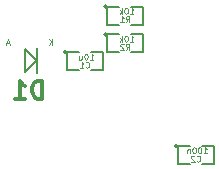
<source format=gbr>
%TF.GenerationSoftware,KiCad,Pcbnew,7.0.7-7.0.7~ubuntu23.04.1*%
%TF.CreationDate,2023-09-17T09:29:20+00:00*%
%TF.ProjectId,I2CHUB01,49324348-5542-4303-912e-6b696361645f,rev?*%
%TF.SameCoordinates,Original*%
%TF.FileFunction,Legend,Bot*%
%TF.FilePolarity,Positive*%
%FSLAX46Y46*%
G04 Gerber Fmt 4.6, Leading zero omitted, Abs format (unit mm)*
G04 Created by KiCad (PCBNEW 7.0.7-7.0.7~ubuntu23.04.1) date 2023-09-17 09:29:20*
%MOMM*%
%LPD*%
G01*
G04 APERTURE LIST*
%ADD10C,0.109220*%
%ADD11C,0.304800*%
%ADD12C,0.099060*%
%ADD13C,0.150000*%
G04 APERTURE END LIST*
D10*
X8719396Y23824849D02*
X8743224Y23801022D01*
X8743224Y23801022D02*
X8814706Y23777194D01*
X8814706Y23777194D02*
X8862362Y23777194D01*
X8862362Y23777194D02*
X8933845Y23801022D01*
X8933845Y23801022D02*
X8981500Y23848677D01*
X8981500Y23848677D02*
X9005327Y23896332D01*
X9005327Y23896332D02*
X9029155Y23991642D01*
X9029155Y23991642D02*
X9029155Y24063125D01*
X9029155Y24063125D02*
X9005327Y24158436D01*
X9005327Y24158436D02*
X8981500Y24206091D01*
X8981500Y24206091D02*
X8933845Y24253746D01*
X8933845Y24253746D02*
X8862362Y24277574D01*
X8862362Y24277574D02*
X8814706Y24277574D01*
X8814706Y24277574D02*
X8743224Y24253746D01*
X8743224Y24253746D02*
X8719396Y24229919D01*
X8242844Y23777194D02*
X8528775Y23777194D01*
X8385809Y23777194D02*
X8385809Y24277574D01*
X8385809Y24277574D02*
X8433465Y24206091D01*
X8433465Y24206091D02*
X8481120Y24158436D01*
X8481120Y24158436D02*
X8528775Y24134608D01*
X9084672Y24475694D02*
X9370603Y24475694D01*
X9227637Y24475694D02*
X9227637Y24976074D01*
X9227637Y24976074D02*
X9275293Y24904591D01*
X9275293Y24904591D02*
X9322948Y24856936D01*
X9322948Y24856936D02*
X9370603Y24833108D01*
X8774913Y24976074D02*
X8727258Y24976074D01*
X8727258Y24976074D02*
X8679602Y24952246D01*
X8679602Y24952246D02*
X8655775Y24928419D01*
X8655775Y24928419D02*
X8631947Y24880763D01*
X8631947Y24880763D02*
X8608120Y24785453D01*
X8608120Y24785453D02*
X8608120Y24666315D01*
X8608120Y24666315D02*
X8631947Y24571004D01*
X8631947Y24571004D02*
X8655775Y24523349D01*
X8655775Y24523349D02*
X8679602Y24499522D01*
X8679602Y24499522D02*
X8727258Y24475694D01*
X8727258Y24475694D02*
X8774913Y24475694D01*
X8774913Y24475694D02*
X8822568Y24499522D01*
X8822568Y24499522D02*
X8846396Y24523349D01*
X8846396Y24523349D02*
X8870223Y24571004D01*
X8870223Y24571004D02*
X8894051Y24666315D01*
X8894051Y24666315D02*
X8894051Y24785453D01*
X8894051Y24785453D02*
X8870223Y24880763D01*
X8870223Y24880763D02*
X8846396Y24928419D01*
X8846396Y24928419D02*
X8822568Y24952246D01*
X8822568Y24952246D02*
X8774913Y24976074D01*
X8179223Y24809281D02*
X8179223Y24475694D01*
X8393671Y24809281D02*
X8393671Y24547177D01*
X8393671Y24547177D02*
X8369844Y24499522D01*
X8369844Y24499522D02*
X8322189Y24475694D01*
X8322189Y24475694D02*
X8250706Y24475694D01*
X8250706Y24475694D02*
X8203050Y24499522D01*
X8203050Y24499522D02*
X8179223Y24523349D01*
X18117396Y15887349D02*
X18141224Y15863522D01*
X18141224Y15863522D02*
X18212706Y15839694D01*
X18212706Y15839694D02*
X18260362Y15839694D01*
X18260362Y15839694D02*
X18331845Y15863522D01*
X18331845Y15863522D02*
X18379500Y15911177D01*
X18379500Y15911177D02*
X18403327Y15958832D01*
X18403327Y15958832D02*
X18427155Y16054142D01*
X18427155Y16054142D02*
X18427155Y16125625D01*
X18427155Y16125625D02*
X18403327Y16220936D01*
X18403327Y16220936D02*
X18379500Y16268591D01*
X18379500Y16268591D02*
X18331845Y16316246D01*
X18331845Y16316246D02*
X18260362Y16340074D01*
X18260362Y16340074D02*
X18212706Y16340074D01*
X18212706Y16340074D02*
X18141224Y16316246D01*
X18141224Y16316246D02*
X18117396Y16292419D01*
X17926775Y16292419D02*
X17902947Y16316246D01*
X17902947Y16316246D02*
X17855292Y16340074D01*
X17855292Y16340074D02*
X17736154Y16340074D01*
X17736154Y16340074D02*
X17688499Y16316246D01*
X17688499Y16316246D02*
X17664671Y16292419D01*
X17664671Y16292419D02*
X17640844Y16244763D01*
X17640844Y16244763D02*
X17640844Y16197108D01*
X17640844Y16197108D02*
X17664671Y16125625D01*
X17664671Y16125625D02*
X17950603Y15839694D01*
X17950603Y15839694D02*
X17640844Y15839694D01*
X18720948Y16538194D02*
X19006879Y16538194D01*
X18863913Y16538194D02*
X18863913Y17038574D01*
X18863913Y17038574D02*
X18911569Y16967091D01*
X18911569Y16967091D02*
X18959224Y16919436D01*
X18959224Y16919436D02*
X19006879Y16895608D01*
X18411189Y17038574D02*
X18363534Y17038574D01*
X18363534Y17038574D02*
X18315878Y17014746D01*
X18315878Y17014746D02*
X18292051Y16990919D01*
X18292051Y16990919D02*
X18268223Y16943263D01*
X18268223Y16943263D02*
X18244396Y16847953D01*
X18244396Y16847953D02*
X18244396Y16728815D01*
X18244396Y16728815D02*
X18268223Y16633504D01*
X18268223Y16633504D02*
X18292051Y16585849D01*
X18292051Y16585849D02*
X18315878Y16562022D01*
X18315878Y16562022D02*
X18363534Y16538194D01*
X18363534Y16538194D02*
X18411189Y16538194D01*
X18411189Y16538194D02*
X18458844Y16562022D01*
X18458844Y16562022D02*
X18482672Y16585849D01*
X18482672Y16585849D02*
X18506499Y16633504D01*
X18506499Y16633504D02*
X18530327Y16728815D01*
X18530327Y16728815D02*
X18530327Y16847953D01*
X18530327Y16847953D02*
X18506499Y16943263D01*
X18506499Y16943263D02*
X18482672Y16990919D01*
X18482672Y16990919D02*
X18458844Y17014746D01*
X18458844Y17014746D02*
X18411189Y17038574D01*
X17934637Y17038574D02*
X17886982Y17038574D01*
X17886982Y17038574D02*
X17839326Y17014746D01*
X17839326Y17014746D02*
X17815499Y16990919D01*
X17815499Y16990919D02*
X17791671Y16943263D01*
X17791671Y16943263D02*
X17767844Y16847953D01*
X17767844Y16847953D02*
X17767844Y16728815D01*
X17767844Y16728815D02*
X17791671Y16633504D01*
X17791671Y16633504D02*
X17815499Y16585849D01*
X17815499Y16585849D02*
X17839326Y16562022D01*
X17839326Y16562022D02*
X17886982Y16538194D01*
X17886982Y16538194D02*
X17934637Y16538194D01*
X17934637Y16538194D02*
X17982292Y16562022D01*
X17982292Y16562022D02*
X18006120Y16585849D01*
X18006120Y16585849D02*
X18029947Y16633504D01*
X18029947Y16633504D02*
X18053775Y16728815D01*
X18053775Y16728815D02*
X18053775Y16847953D01*
X18053775Y16847953D02*
X18029947Y16943263D01*
X18029947Y16943263D02*
X18006120Y16990919D01*
X18006120Y16990919D02*
X17982292Y17014746D01*
X17982292Y17014746D02*
X17934637Y17038574D01*
X17553395Y16871781D02*
X17553395Y16538194D01*
X17553395Y16824125D02*
X17529568Y16847953D01*
X17529568Y16847953D02*
X17481913Y16871781D01*
X17481913Y16871781D02*
X17410430Y16871781D01*
X17410430Y16871781D02*
X17362774Y16847953D01*
X17362774Y16847953D02*
X17338947Y16800298D01*
X17338947Y16800298D02*
X17338947Y16538194D01*
D11*
X5061856Y21154818D02*
X5061856Y22678818D01*
X5061856Y22678818D02*
X4698999Y22678818D01*
X4698999Y22678818D02*
X4481285Y22606247D01*
X4481285Y22606247D02*
X4336142Y22461104D01*
X4336142Y22461104D02*
X4263571Y22315961D01*
X4263571Y22315961D02*
X4190999Y22025675D01*
X4190999Y22025675D02*
X4190999Y21807961D01*
X4190999Y21807961D02*
X4263571Y21517675D01*
X4263571Y21517675D02*
X4336142Y21372532D01*
X4336142Y21372532D02*
X4481285Y21227390D01*
X4481285Y21227390D02*
X4698999Y21154818D01*
X4698999Y21154818D02*
X5061856Y21154818D01*
X2739571Y21154818D02*
X3610428Y21154818D01*
X3174999Y21154818D02*
X3174999Y22678818D01*
X3174999Y22678818D02*
X3320142Y22461104D01*
X3320142Y22461104D02*
X3465285Y22315961D01*
X3465285Y22315961D02*
X3610428Y22243390D01*
D12*
X5868911Y25707066D02*
X5868911Y26207446D01*
X5582980Y25707066D02*
X5797429Y25992997D01*
X5582980Y26207446D02*
X5868911Y25921514D01*
X2255277Y25850032D02*
X2017001Y25850032D01*
X2302932Y25707066D02*
X2136139Y26207446D01*
X2136139Y26207446D02*
X1969346Y25707066D01*
D10*
X12148396Y27650694D02*
X12315189Y27888970D01*
X12434327Y27650694D02*
X12434327Y28151074D01*
X12434327Y28151074D02*
X12243706Y28151074D01*
X12243706Y28151074D02*
X12196051Y28127246D01*
X12196051Y28127246D02*
X12172224Y28103419D01*
X12172224Y28103419D02*
X12148396Y28055763D01*
X12148396Y28055763D02*
X12148396Y27984281D01*
X12148396Y27984281D02*
X12172224Y27936625D01*
X12172224Y27936625D02*
X12196051Y27912798D01*
X12196051Y27912798D02*
X12243706Y27888970D01*
X12243706Y27888970D02*
X12434327Y27888970D01*
X11671844Y27650694D02*
X11957775Y27650694D01*
X11814809Y27650694D02*
X11814809Y28151074D01*
X11814809Y28151074D02*
X11862465Y28079591D01*
X11862465Y28079591D02*
X11910120Y28031936D01*
X11910120Y28031936D02*
X11957775Y28008108D01*
X12489845Y28349194D02*
X12775776Y28349194D01*
X12632810Y28349194D02*
X12632810Y28849574D01*
X12632810Y28849574D02*
X12680466Y28778091D01*
X12680466Y28778091D02*
X12728121Y28730436D01*
X12728121Y28730436D02*
X12775776Y28706608D01*
X12180086Y28849574D02*
X12132431Y28849574D01*
X12132431Y28849574D02*
X12084775Y28825746D01*
X12084775Y28825746D02*
X12060948Y28801919D01*
X12060948Y28801919D02*
X12037120Y28754263D01*
X12037120Y28754263D02*
X12013293Y28658953D01*
X12013293Y28658953D02*
X12013293Y28539815D01*
X12013293Y28539815D02*
X12037120Y28444504D01*
X12037120Y28444504D02*
X12060948Y28396849D01*
X12060948Y28396849D02*
X12084775Y28373022D01*
X12084775Y28373022D02*
X12132431Y28349194D01*
X12132431Y28349194D02*
X12180086Y28349194D01*
X12180086Y28349194D02*
X12227741Y28373022D01*
X12227741Y28373022D02*
X12251569Y28396849D01*
X12251569Y28396849D02*
X12275396Y28444504D01*
X12275396Y28444504D02*
X12299224Y28539815D01*
X12299224Y28539815D02*
X12299224Y28658953D01*
X12299224Y28658953D02*
X12275396Y28754263D01*
X12275396Y28754263D02*
X12251569Y28801919D01*
X12251569Y28801919D02*
X12227741Y28825746D01*
X12227741Y28825746D02*
X12180086Y28849574D01*
X11798844Y28349194D02*
X11798844Y28849574D01*
X11751189Y28539815D02*
X11608223Y28349194D01*
X11608223Y28682781D02*
X11798844Y28492160D01*
X12148396Y25301194D02*
X12315189Y25539470D01*
X12434327Y25301194D02*
X12434327Y25801574D01*
X12434327Y25801574D02*
X12243706Y25801574D01*
X12243706Y25801574D02*
X12196051Y25777746D01*
X12196051Y25777746D02*
X12172224Y25753919D01*
X12172224Y25753919D02*
X12148396Y25706263D01*
X12148396Y25706263D02*
X12148396Y25634781D01*
X12148396Y25634781D02*
X12172224Y25587125D01*
X12172224Y25587125D02*
X12196051Y25563298D01*
X12196051Y25563298D02*
X12243706Y25539470D01*
X12243706Y25539470D02*
X12434327Y25539470D01*
X11957775Y25753919D02*
X11933947Y25777746D01*
X11933947Y25777746D02*
X11886292Y25801574D01*
X11886292Y25801574D02*
X11767154Y25801574D01*
X11767154Y25801574D02*
X11719499Y25777746D01*
X11719499Y25777746D02*
X11695671Y25753919D01*
X11695671Y25753919D02*
X11671844Y25706263D01*
X11671844Y25706263D02*
X11671844Y25658608D01*
X11671844Y25658608D02*
X11695671Y25587125D01*
X11695671Y25587125D02*
X11981603Y25301194D01*
X11981603Y25301194D02*
X11671844Y25301194D01*
X12489845Y25999694D02*
X12775776Y25999694D01*
X12632810Y25999694D02*
X12632810Y26500074D01*
X12632810Y26500074D02*
X12680466Y26428591D01*
X12680466Y26428591D02*
X12728121Y26380936D01*
X12728121Y26380936D02*
X12775776Y26357108D01*
X12180086Y26500074D02*
X12132431Y26500074D01*
X12132431Y26500074D02*
X12084775Y26476246D01*
X12084775Y26476246D02*
X12060948Y26452419D01*
X12060948Y26452419D02*
X12037120Y26404763D01*
X12037120Y26404763D02*
X12013293Y26309453D01*
X12013293Y26309453D02*
X12013293Y26190315D01*
X12013293Y26190315D02*
X12037120Y26095004D01*
X12037120Y26095004D02*
X12060948Y26047349D01*
X12060948Y26047349D02*
X12084775Y26023522D01*
X12084775Y26023522D02*
X12132431Y25999694D01*
X12132431Y25999694D02*
X12180086Y25999694D01*
X12180086Y25999694D02*
X12227741Y26023522D01*
X12227741Y26023522D02*
X12251569Y26047349D01*
X12251569Y26047349D02*
X12275396Y26095004D01*
X12275396Y26095004D02*
X12299224Y26190315D01*
X12299224Y26190315D02*
X12299224Y26309453D01*
X12299224Y26309453D02*
X12275396Y26404763D01*
X12275396Y26404763D02*
X12251569Y26452419D01*
X12251569Y26452419D02*
X12227741Y26476246D01*
X12227741Y26476246D02*
X12180086Y26500074D01*
X11798844Y25999694D02*
X11798844Y26500074D01*
X11751189Y26190315D02*
X11608223Y25999694D01*
X11608223Y26333281D02*
X11798844Y26142660D01*
D13*
%TO.C,C1*%
X7112000Y25082500D02*
X7112000Y23558500D01*
X7112000Y23558500D02*
X8128000Y23558500D01*
X8128000Y25082500D02*
X7112000Y25082500D01*
X9144000Y23558500D02*
X10160000Y23558500D01*
X10160000Y25082500D02*
X9144000Y25082500D01*
X10160000Y23558500D02*
X10160000Y25082500D01*
X7112000Y25082500D02*
G75*
G03*
X7112000Y25082500I-127000J0D01*
G01*
%TO.C,C2*%
X16510000Y17145000D02*
X16510000Y15621000D01*
X16510000Y15621000D02*
X17526000Y15621000D01*
X17526000Y17145000D02*
X16510000Y17145000D01*
X18542000Y15621000D02*
X19558000Y15621000D01*
X19558000Y17145000D02*
X18542000Y17145000D01*
X19558000Y15621000D02*
X19558000Y17145000D01*
X16510000Y17145000D02*
G75*
G03*
X16510000Y17145000I-127000J0D01*
G01*
%TO.C,D1*%
X3586480Y25384760D02*
X4587240Y24384000D01*
X3586480Y23383240D02*
X3586480Y25384760D01*
X4587240Y24434800D02*
X3586480Y23383240D01*
X4587240Y23334980D02*
X4587240Y25433020D01*
%TO.C,R1*%
X10541000Y28956000D02*
X10541000Y27432000D01*
X10541000Y27432000D02*
X11557000Y27432000D01*
X11557000Y28956000D02*
X10541000Y28956000D01*
X12573000Y27432000D02*
X13589000Y27432000D01*
X13589000Y28956000D02*
X12573000Y28956000D01*
X13589000Y27432000D02*
X13589000Y28956000D01*
X10541000Y28956000D02*
G75*
G03*
X10541000Y28956000I-127000J0D01*
G01*
%TO.C,R2*%
X10541000Y26606500D02*
X10541000Y25082500D01*
X10541000Y25082500D02*
X11557000Y25082500D01*
X11557000Y26606500D02*
X10541000Y26606500D01*
X12573000Y25082500D02*
X13589000Y25082500D01*
X13589000Y26606500D02*
X12573000Y26606500D01*
X13589000Y25082500D02*
X13589000Y26606500D01*
X10541000Y26606500D02*
G75*
G03*
X10541000Y26606500I-127000J0D01*
G01*
%TD*%
M02*

</source>
